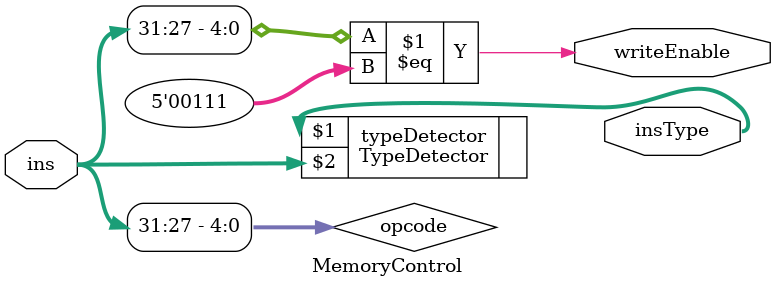
<source format=v>
module MemoryControl(
    output [1:0] insType,
    output writeEnable,
    input [31:0] ins);

    wire [4:0] opcode;
    wire [1:0] insType;

    TypeDetector typeDetector(insType, ins);

    assign opcode = ins[31:27];
    assign writeEnable = opcode == 5'b00111;

endmodule

</source>
